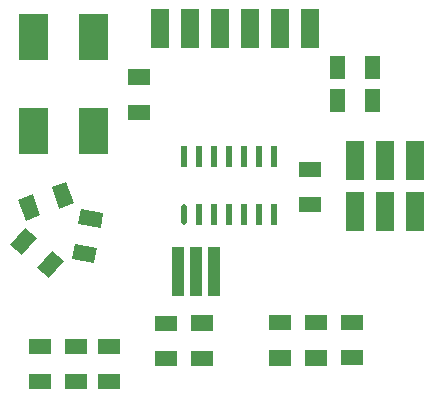
<source format=gbr>
G04 start of page 7 for group -4015 idx -4015 *
G04 Title: (unknown), toppaste *
G04 Creator: pcb 20140316 *
G04 CreationDate: Wed Mar 11 08:06:14 2015 UTC *
G04 For: frankenteddy *
G04 Format: Gerber/RS-274X *
G04 PCB-Dimensions (mil): 1889.76 1771.65 *
G04 PCB-Coordinate-Origin: lower left *
%MOIN*%
%FSLAX25Y25*%
%LNTOPPASTE*%
%ADD40C,0.0001*%
%ADD39R,0.0984X0.0984*%
%ADD38R,0.0512X0.0512*%
%ADD37R,0.0200X0.0200*%
%ADD36C,0.0200*%
%ADD35R,0.0394X0.0394*%
%ADD34R,0.0600X0.0600*%
G54D34*X129000Y92665D02*Y85665D01*
X139000Y92665D02*Y85665D01*
X149000Y92665D02*Y85665D01*
X129000Y109665D02*Y102665D01*
X139000Y109665D02*Y102665D01*
X149000Y109665D02*Y102665D01*
X64000Y153665D02*Y146665D01*
X74000Y153665D02*Y146665D01*
X84000Y153665D02*Y146665D01*
X94000Y153665D02*Y146665D01*
X104000Y153665D02*Y146665D01*
X114000Y153665D02*Y146665D01*
G54D35*X82000Y75268D02*Y63063D01*
X76094Y75268D02*Y63063D01*
X70189Y75268D02*Y63063D01*
G54D36*X72000Y90665D02*Y85665D01*
G54D37*X77000Y90665D02*Y85665D01*
X82000Y90665D02*Y85665D01*
X87000Y90665D02*Y85665D01*
X92000Y90665D02*Y85665D01*
X97000Y90665D02*Y85665D01*
X102000Y90665D02*Y85665D01*
Y110065D02*Y105065D01*
X97000Y110065D02*Y105065D01*
X92000Y110065D02*Y105065D01*
X87000Y110065D02*Y105065D01*
X82000Y110065D02*Y105065D01*
X77000Y110065D02*Y105065D01*
X72000Y110065D02*Y105065D01*
G54D38*X126819Y40355D02*X129181D01*
X126819Y52165D02*X129181D01*
G54D39*X21921Y118819D02*Y113307D01*
Y149921D02*Y144409D01*
X42000Y118819D02*Y113307D01*
Y149921D02*Y144409D01*
G54D38*X123190Y138346D02*Y135984D01*
X135000Y138346D02*Y135984D01*
X123190Y127346D02*Y124984D01*
X135000Y127346D02*Y124984D01*
X55819Y122165D02*X58181D01*
X55819Y133975D02*X58181D01*
X114819Y40260D02*X117181D01*
X114819Y52070D02*X117181D01*
X102819Y40260D02*X105181D01*
X102819Y52070D02*X105181D01*
X112819Y91355D02*X115181D01*
X112819Y103165D02*X115181D01*
X64819Y40070D02*X67181D01*
X64819Y51880D02*X67181D01*
X76819Y40165D02*X79181D01*
X76819Y51975D02*X79181D01*
X22819Y32355D02*X25181D01*
X22819Y44165D02*X25181D01*
X34819Y32355D02*X37181D01*
X34819Y44165D02*X37181D01*
X45819Y32355D02*X48181D01*
X45819Y44165D02*X48181D01*
G54D40*G36*
X32746Y98876D02*X35304Y91847D01*
X30495Y90096D01*
X27936Y97125D01*
X32746Y98876D01*
G37*
G36*
X21648Y94836D02*X24206Y87807D01*
X19397Y86057D01*
X16839Y93086D01*
X21648Y94836D01*
G37*
G36*
X37812Y89966D02*X45179Y88667D01*
X44290Y83626D01*
X36923Y84925D01*
X37812Y89966D01*
G37*
G36*
X35761Y78335D02*X43128Y77036D01*
X42239Y71996D01*
X34872Y73295D01*
X35761Y78335D01*
G37*
G36*
X23255Y70266D02*X28064Y75996D01*
X31984Y72706D01*
X27176Y66976D01*
X23255Y70266D01*
G37*
G36*
X14209Y77857D02*X19017Y83587D01*
X22938Y80297D01*
X18129Y74567D01*
X14209Y77857D01*
G37*
M02*

</source>
